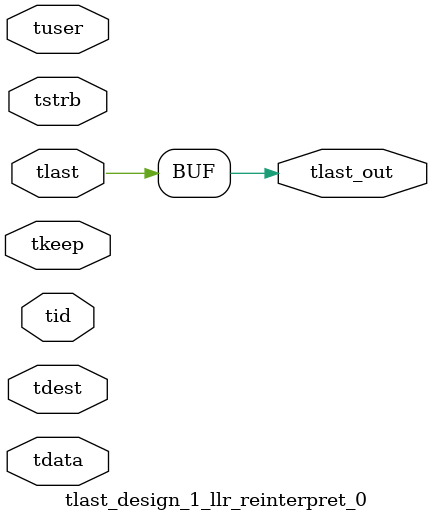
<source format=v>


`timescale 1ps/1ps

module tlast_design_1_llr_reinterpret_0 #
(
parameter C_S_AXIS_TID_WIDTH   = 1,
parameter C_S_AXIS_TUSER_WIDTH = 0,
parameter C_S_AXIS_TDATA_WIDTH = 0,
parameter C_S_AXIS_TDEST_WIDTH = 0
)
(
input  [(C_S_AXIS_TID_WIDTH   == 0 ? 1 : C_S_AXIS_TID_WIDTH)-1:0       ] tid,
input  [(C_S_AXIS_TDATA_WIDTH == 0 ? 1 : C_S_AXIS_TDATA_WIDTH)-1:0     ] tdata,
input  [(C_S_AXIS_TUSER_WIDTH == 0 ? 1 : C_S_AXIS_TUSER_WIDTH)-1:0     ] tuser,
input  [(C_S_AXIS_TDEST_WIDTH == 0 ? 1 : C_S_AXIS_TDEST_WIDTH)-1:0     ] tdest,
input  [(C_S_AXIS_TDATA_WIDTH/8)-1:0 ] tkeep,
input  [(C_S_AXIS_TDATA_WIDTH/8)-1:0 ] tstrb,
input  [0:0]                                                             tlast,
output                                                                   tlast_out
);

assign tlast_out = {tlast};

endmodule


</source>
